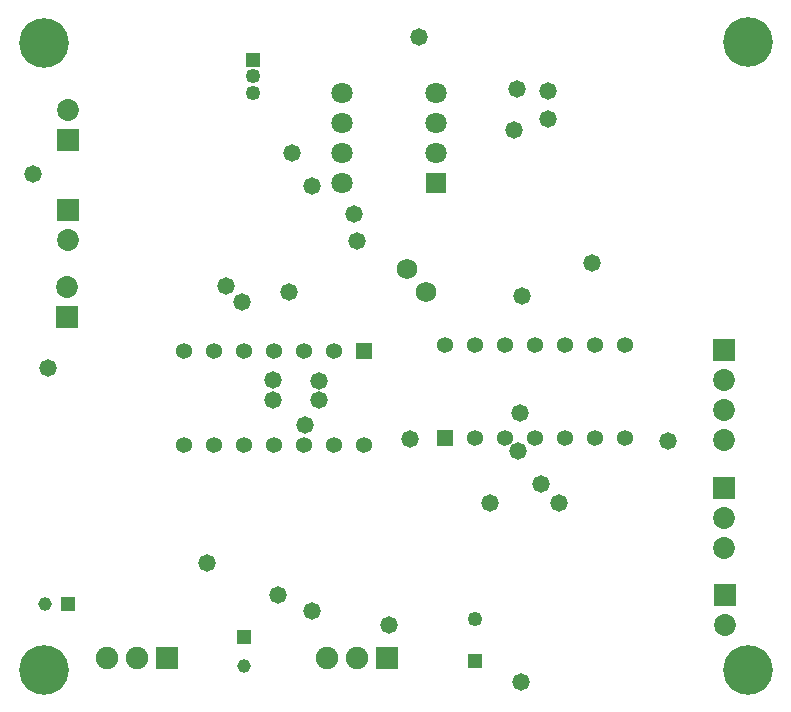
<source format=gbs>
<<<<<<< HEAD
G04*
G04 #@! TF.GenerationSoftware,Altium Limited,Altium Designer,19.1.9 (167)*
G04*
G04 Layer_Color=16711935*
%FSLAX43Y43*%
%MOMM*%
G71*
G01*
G75*
%ADD28C,4.203*%
%ADD29C,1.250*%
%ADD30R,1.250X1.250*%
%ADD31C,1.150*%
%ADD32R,1.150X1.150*%
%ADD33R,1.854X1.854*%
%ADD34C,1.854*%
%ADD35R,1.803X1.803*%
%ADD36C,1.803*%
%ADD37R,1.150X1.150*%
%ADD38C,1.362*%
%ADD39R,1.362X1.362*%
%ADD40C,1.903*%
%ADD41R,1.903X1.903*%
%ADD42C,1.253*%
%ADD43R,1.253X1.253*%
%ADD44C,1.727*%
%ADD45C,1.473*%
D28*
X2200Y55300D02*
D03*
X61800Y2200D02*
D03*
X2200D02*
D03*
X61800Y55400D02*
D03*
D29*
X38700Y6500D02*
D03*
D30*
Y3000D02*
D03*
D31*
X19200Y2550D02*
D03*
X2300Y7800D02*
D03*
D32*
X19200Y5050D02*
D03*
D33*
X59800Y17640D02*
D03*
Y29320D02*
D03*
X59900Y8540D02*
D03*
X4200Y32100D02*
D03*
X4300Y47100D02*
D03*
Y41140D02*
D03*
D34*
X59800Y15100D02*
D03*
Y12560D02*
D03*
Y21700D02*
D03*
Y24240D02*
D03*
Y26780D02*
D03*
X59900Y6000D02*
D03*
X4200Y34640D02*
D03*
X4300Y49640D02*
D03*
Y38600D02*
D03*
D35*
X35400Y43460D02*
D03*
D36*
Y46000D02*
D03*
Y48540D02*
D03*
Y51080D02*
D03*
X27460D02*
D03*
Y48540D02*
D03*
Y46000D02*
D03*
Y43460D02*
D03*
D37*
X4300Y7800D02*
D03*
D38*
X29340Y21300D02*
D03*
X26800D02*
D03*
X24260D02*
D03*
X21720D02*
D03*
X19180D02*
D03*
X16640D02*
D03*
X14100D02*
D03*
Y29238D02*
D03*
X16640D02*
D03*
X19180D02*
D03*
X21720D02*
D03*
X24260D02*
D03*
X26800D02*
D03*
X36180Y29769D02*
D03*
X38720D02*
D03*
X41260D02*
D03*
X43800D02*
D03*
X46340D02*
D03*
X48880D02*
D03*
X51420D02*
D03*
Y21831D02*
D03*
X48880D02*
D03*
X46340D02*
D03*
X43800D02*
D03*
X41260D02*
D03*
X38720D02*
D03*
D39*
X29340Y29238D02*
D03*
X36180Y21831D02*
D03*
D40*
X26160Y3200D02*
D03*
X28700D02*
D03*
X10060D02*
D03*
X7520D02*
D03*
D41*
X31240D02*
D03*
X12600D02*
D03*
D42*
X19900Y51100D02*
D03*
Y52497D02*
D03*
D43*
Y53894D02*
D03*
D44*
X34600Y34200D02*
D03*
X33000Y36200D02*
D03*
D45*
X42650Y1200D02*
D03*
X24900Y7200D02*
D03*
X21590Y26800D02*
D03*
Y25100D02*
D03*
X31400Y6000D02*
D03*
X44900Y51200D02*
D03*
X44900Y48900D02*
D03*
X42300Y51400D02*
D03*
X16000Y11300D02*
D03*
X17600Y34700D02*
D03*
X34000Y55800D02*
D03*
X24300Y23000D02*
D03*
X23000Y34200D02*
D03*
X25500Y25100D02*
D03*
Y26700D02*
D03*
X19000Y33400D02*
D03*
X2600Y27800D02*
D03*
X22000Y8600D02*
D03*
X24900Y43200D02*
D03*
X1300Y44200D02*
D03*
X28700Y38500D02*
D03*
X28500Y40800D02*
D03*
X23200Y46000D02*
D03*
X48600Y36700D02*
D03*
X42000Y47900D02*
D03*
X33200Y21800D02*
D03*
X42700Y33900D02*
D03*
X44300Y18000D02*
D03*
X45800Y16400D02*
D03*
X40000D02*
D03*
X55100Y21600D02*
D03*
X42400Y20800D02*
D03*
X42500Y24000D02*
D03*
M02*
=======
G04*
G04 #@! TF.GenerationSoftware,Altium Limited,Altium Designer,19.1.9 (167)*
G04*
G04 Layer_Color=16711935*
%FSLAX43Y43*%
%MOMM*%
G71*
G01*
G75*
%ADD28C,4.203*%
%ADD29C,1.250*%
%ADD30R,1.250X1.250*%
%ADD31C,1.150*%
%ADD32R,1.150X1.150*%
%ADD33R,1.854X1.854*%
%ADD34C,1.854*%
%ADD35R,1.803X1.803*%
%ADD36C,1.803*%
%ADD37R,1.150X1.150*%
%ADD38C,1.362*%
%ADD39R,1.362X1.362*%
%ADD40C,1.903*%
%ADD41R,1.903X1.903*%
%ADD42C,1.253*%
%ADD43R,1.253X1.253*%
%ADD44C,1.727*%
%ADD45C,1.473*%
D28*
X2200Y55300D02*
D03*
X61800Y2200D02*
D03*
X2200D02*
D03*
X61800Y55400D02*
D03*
D29*
X38700Y6500D02*
D03*
D30*
Y3000D02*
D03*
D31*
X19200Y2550D02*
D03*
X2300Y7800D02*
D03*
D32*
X19200Y5050D02*
D03*
D33*
X59800Y17640D02*
D03*
Y29320D02*
D03*
X59900Y8540D02*
D03*
X4200Y32100D02*
D03*
X4300Y47100D02*
D03*
Y41140D02*
D03*
D34*
X59800Y15100D02*
D03*
Y12560D02*
D03*
Y21700D02*
D03*
Y24240D02*
D03*
Y26780D02*
D03*
X59900Y6000D02*
D03*
X4200Y34640D02*
D03*
X4300Y49640D02*
D03*
Y38600D02*
D03*
D35*
X35400Y43460D02*
D03*
D36*
Y46000D02*
D03*
Y48540D02*
D03*
Y51080D02*
D03*
X27460D02*
D03*
Y48540D02*
D03*
Y46000D02*
D03*
Y43460D02*
D03*
D37*
X4300Y7800D02*
D03*
D38*
X29340Y21300D02*
D03*
X26800D02*
D03*
X24260D02*
D03*
X21720D02*
D03*
X19180D02*
D03*
X16640D02*
D03*
X14100D02*
D03*
Y29238D02*
D03*
X16640D02*
D03*
X19180D02*
D03*
X21720D02*
D03*
X24260D02*
D03*
X26800D02*
D03*
X36180Y29769D02*
D03*
X38720D02*
D03*
X41260D02*
D03*
X43800D02*
D03*
X46340D02*
D03*
X48880D02*
D03*
X51420D02*
D03*
Y21831D02*
D03*
X48880D02*
D03*
X46340D02*
D03*
X43800D02*
D03*
X41260D02*
D03*
X38720D02*
D03*
D39*
X29340Y29238D02*
D03*
X36180Y21831D02*
D03*
D40*
X26160Y3200D02*
D03*
X28700D02*
D03*
X10060D02*
D03*
X7520D02*
D03*
D41*
X31240D02*
D03*
X12600D02*
D03*
D42*
X19900Y51100D02*
D03*
Y52497D02*
D03*
D43*
Y53894D02*
D03*
D44*
X34600Y34200D02*
D03*
X33000Y36200D02*
D03*
D45*
X42650Y1200D02*
D03*
X24900Y7200D02*
D03*
X21590Y26800D02*
D03*
Y25100D02*
D03*
X31400Y6000D02*
D03*
X44900Y51200D02*
D03*
X44900Y48900D02*
D03*
X42300Y51400D02*
D03*
X16000Y11300D02*
D03*
X17600Y34700D02*
D03*
X34000Y55800D02*
D03*
X24300Y23000D02*
D03*
X23000Y34200D02*
D03*
X25500Y25100D02*
D03*
Y26700D02*
D03*
X19000Y33400D02*
D03*
X2600Y27800D02*
D03*
X22000Y8600D02*
D03*
X24900Y43200D02*
D03*
X1300Y44200D02*
D03*
X28700Y38500D02*
D03*
X28500Y40800D02*
D03*
X23200Y46000D02*
D03*
X48600Y36700D02*
D03*
X42000Y47900D02*
D03*
X33200Y21800D02*
D03*
X42700Y33900D02*
D03*
X44300Y18000D02*
D03*
X45800Y16400D02*
D03*
X40000D02*
D03*
X55100Y21600D02*
D03*
X42400Y20800D02*
D03*
X42500Y24000D02*
D03*
M02*
>>>>>>> b49ca4007d8e23abfb0989bf4452f21ea0357067

</source>
